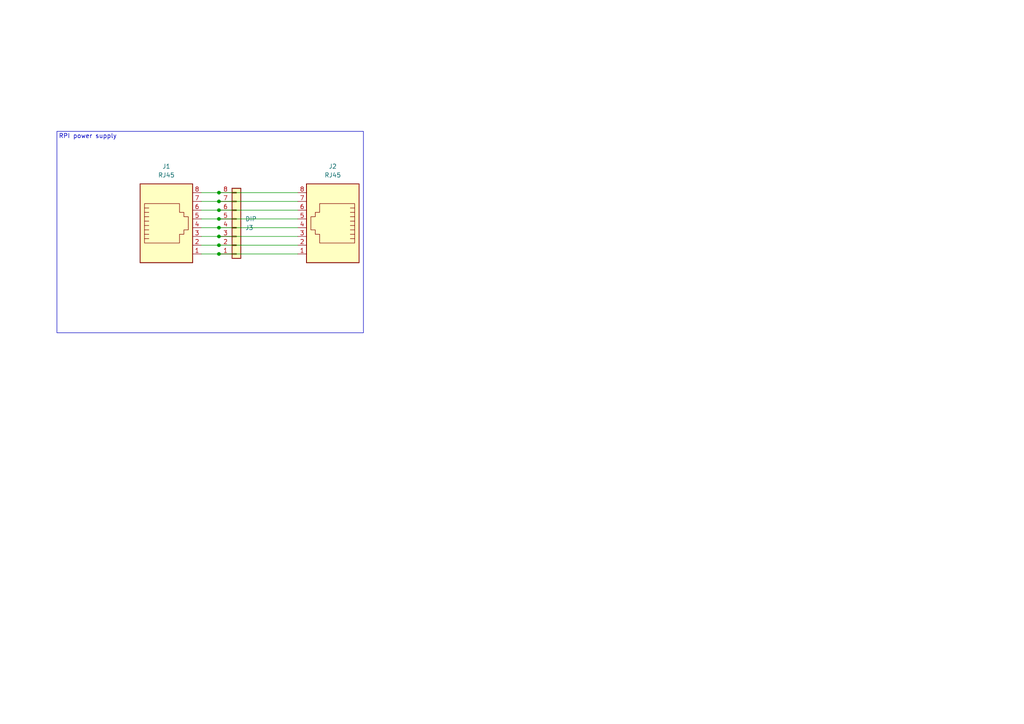
<source format=kicad_sch>
(kicad_sch (version 20231120) (generator "eeschema") (generator_version "8.0")
  (paper "A4")
  (title_block (title "Adaptor_RJ45") (date "2025-05-04") (rev "1.0") (company "NTURacing Team") (comment 1 "Jack Kuo"))
  (lib_symbols
    (symbol "Connector:RJ45" (pin_names (offset 1.016))
      (property "Reference" "J" (at -5.08 13.97 0))
      (property "Value" "RJ45" (at 2.54 13.97 0))
      (symbol "RJ45_0_1"
        (polyline (pts (xy -5.08 4.445) (xy -6.35 4.445)))
        (polyline (pts (xy -5.08 5.715) (xy -6.35 5.715)))
        (polyline (pts (xy -6.35 -3.175) (xy -5.08 -3.175) (xy -5.08 -3.175)))
        (polyline (pts (xy -6.35 -1.905) (xy -5.08 -1.905) (xy -5.08 -1.905)))
        (polyline (pts (xy -6.35 -0.635) (xy -5.08 -0.635) (xy -5.08 -0.635)))
        (polyline (pts (xy -6.35 0.635) (xy -5.08 0.635) (xy -5.08 0.635)))
        (polyline (pts (xy -6.35 1.905) (xy -5.08 1.905) (xy -5.08 1.905)))
        (polyline (pts (xy -5.08 3.175) (xy -6.35 3.175) (xy -6.35 3.175)))
        (polyline (pts (xy -6.35 -4.445) (xy -6.35 6.985) (xy 3.81 6.985) (xy 3.81 4.445) (xy 5.08 4.445) (xy 5.08 3.175) (xy 6.35 3.175) (xy 6.35 -0.635) (xy 5.08 -0.635) (xy 5.08 -1.905) (xy 3.81 -1.905) (xy 3.81 -4.445) (xy -6.35 -4.445) (xy -6.35 -4.445)))
        (rectangle (start 7.62 12.7) (end -7.62 -10.16) (stroke (width 0.254)) (fill (type background)))
      )
      (symbol "RJ45_1_1"
        (pin passive line (at 10.16 -7.62 180) (length 2.54) (name "~") (number "1"))
        (pin passive line (at 10.16 -5.08 180) (length 2.54) (name "~") (number "2"))
        (pin passive line (at 10.16 -2.54 180) (length 2.54) (name "~") (number "3"))
        (pin passive line (at 10.16 0 180) (length 2.54) (name "~") (number "4"))
        (pin passive line (at 10.16 2.54 180) (length 2.54) (name "~") (number "5"))
        (pin passive line (at 10.16 5.08 180) (length 2.54) (name "~") (number "6"))
        (pin passive line (at 10.16 7.62 180) (length 2.54) (name "~") (number "7"))
        (pin passive line (at 10.16 10.16 180) (length 2.54) (name "~") (number "8"))
      )
    )
    (symbol "Connector_Generic:Conn_01x08" (pin_names (offset 1.016) hide)
      (property "Reference" "J" (at 0 10.16 0))
      (property "Value" "Conn_01x08" (at 0 -12.7 0))
      (symbol "Conn_01x08_1_1"
        (rectangle (start -1.27 -10.033) (end 0 -10.287) (stroke (width 0.1524)))
        (rectangle (start -1.27 -7.493) (end 0 -7.747) (stroke (width 0.1524)))
        (rectangle (start -1.27 -4.953) (end 0 -5.207) (stroke (width 0.1524)))
        (rectangle (start -1.27 -2.413) (end 0 -2.667) (stroke (width 0.1524)))
        (rectangle (start -1.27 0.127) (end 0 -0.127) (stroke (width 0.1524)))
        (rectangle (start -1.27 2.667) (end 0 2.413) (stroke (width 0.1524)))
        (rectangle (start -1.27 5.207) (end 0 4.953) (stroke (width 0.1524)))
        (rectangle (start -1.27 7.747) (end 0 7.493) (stroke (width 0.1524)))
        (rectangle (start -1.27 8.89) (end 1.27 -11.43) (stroke (width 0.254)) (fill (type background)))
        (pin passive line (at -5.08 7.62 0) (length 3.81) (name "Pin_1") (number "1"))
        (pin passive line (at -5.08 5.08 0) (length 3.81) (name "Pin_2") (number "2"))
        (pin passive line (at -5.08 2.54 0) (length 3.81) (name "Pin_3") (number "3"))
        (pin passive line (at -5.08 0 0) (length 3.81) (name "Pin_4") (number "4"))
        (pin passive line (at -5.08 -2.54 0) (length 3.81) (name "Pin_5") (number "5"))
        (pin passive line (at -5.08 -5.08 0) (length 3.81) (name "Pin_6") (number "6"))
        (pin passive line (at -5.08 -7.62 0) (length 3.81) (name "Pin_7") (number "7"))
        (pin passive line (at -5.08 -10.16 0) (length 3.81) (name "Pin_8") (number "8"))
      )
    )
  )
  (junction (at 63.5 63.5))
  (junction (at 63.5 60.96))
  (junction (at 63.5 71.12))
  (junction (at 63.5 58.42))
  (junction (at 63.5 73.66))
  (junction (at 63.5 66.04))
  (junction (at 63.5 68.58))
  (junction (at 63.5 55.88))
  (wire (pts (xy 58.42 55.88) (xy 63.5 55.88)))
  (wire (pts (xy 58.42 58.42) (xy 63.5 58.42)))
  (wire (pts (xy 63.5 58.42) (xy 86.36 58.42)))
  (wire (pts (xy 63.5 63.5) (xy 86.36 63.5)))
  (wire (pts (xy 58.42 66.04) (xy 63.5 66.04)))
  (wire (pts (xy 63.5 55.88) (xy 86.36 55.88)))
  (wire (pts (xy 63.5 60.96) (xy 86.36 60.96)))
  (wire (pts (xy 63.5 71.12) (xy 86.36 71.12)))
  (wire (pts (xy 58.42 63.5) (xy 63.5 63.5)))
  (wire (pts (xy 63.5 66.04) (xy 86.36 66.04)))
  (wire (pts (xy 63.5 68.58) (xy 86.36 68.58)))
  (wire (pts (xy 63.5 73.66) (xy 86.36 73.66)))
  (wire (pts (xy 58.42 73.66) (xy 63.5 73.66)))
  (wire (pts (xy 58.42 68.58) (xy 63.5 68.58)))
  (wire (pts (xy 58.42 60.96) (xy 63.5 60.96)))
  (wire (pts (xy 58.42 71.12) (xy 63.5 71.12)))
  (rectangle (start 16.51 38.1) (end 105.41 96.52))
  (text "RPI power supply" (at 17.018 39.624 0) (effects (font (size 1.27 1.27)) (justify left)))
  (symbol (lib_id "Connector_Generic:Conn_01x08") (at 68.58 66.04 0) (mirror x) (unit 1)
    (property "Reference" "J3" (at 71.12 66.0401 0) (effects (justify left)))
    (property "Value" "DIP" (at 71.12 63.5001 0) (effects (justify left)))
    (property "Footprint" "Connector_PinHeader_2.54mm:PinHeader_2x04_P2.54mm_Vertical" (effects (hide yes)))
    (property "Description" "Generic connector, single row, 01x08, script generated (kicad-library-utils/schlib/autogen/connector/)" (effects (hide yes)))
  )
  (symbol (lib_id "Connector:RJ45") (at 48.26 66.04 0) (unit 1)
    (property "Reference" "J1" (at 48.26 48.26 0))
    (property "Value" "RJ45" (at 48.26 50.8 0))
    (property "Footprint" "Connector_RJ:RJ45_Amphenol_54602-x08_Horizontal" (effects (hide yes)))
    (property "Description" "RJ connector, 8P8C (8 positions 8 connected)" (effects (hide yes)))
  )
  (symbol (lib_id "Connector:RJ45") (at 96.52 66.04 0) (mirror y) (unit 1)
    (property "Reference" "J2" (at 96.52 48.26 0))
    (property "Value" "RJ45" (at 96.52 50.8 0))
    (property "Footprint" "Connector_RJ:RJ45_Amphenol_54602-x08_Horizontal" (effects (hide yes)))
    (property "Description" "RJ connector, 8P8C (8 positions 8 connected)" (effects (hide yes)))
  )
)
</source>
